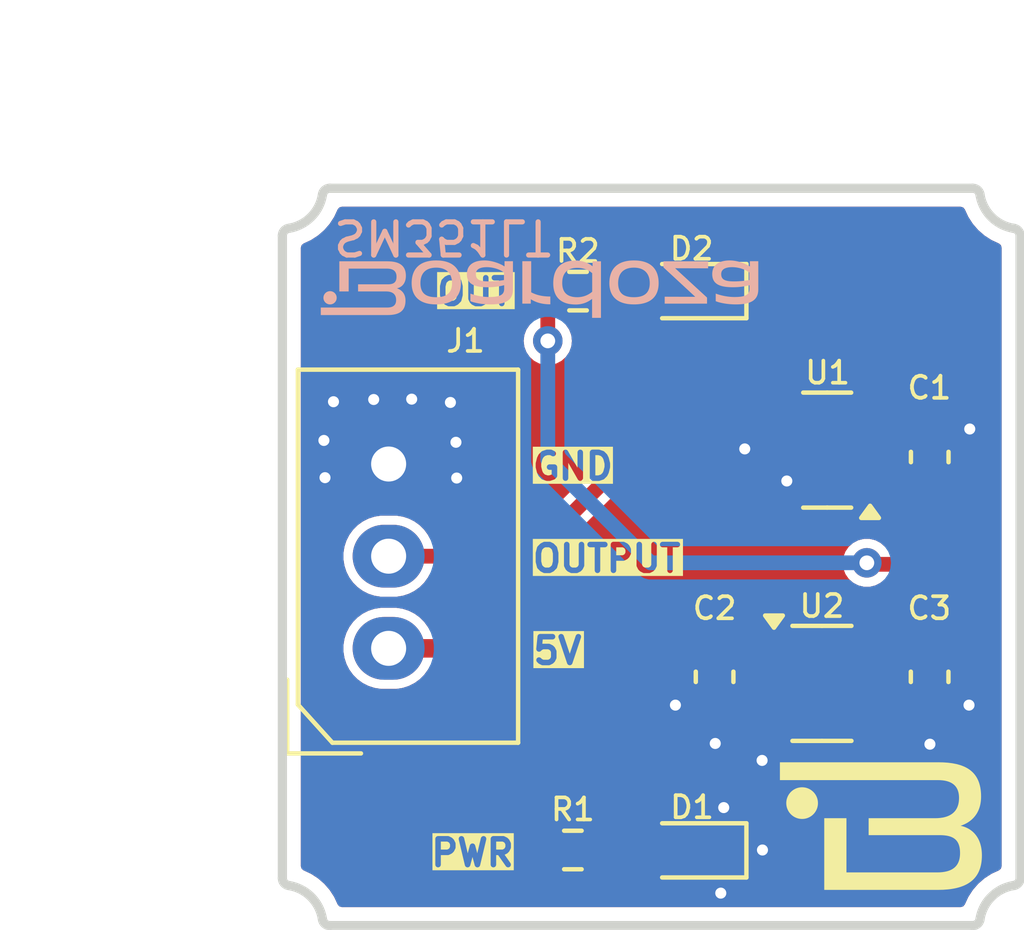
<source format=kicad_pcb>
(kicad_pcb (version 20240108) (generator "pcbnew") (generator_version "8.0")
  (layers (0 "F.Cu" signal) (31 "B.Cu" signal) (34 "B.Paste" user) (35 "F.Paste" user) (36 "B.SilkS" user "B.Silkscreen") (37 "F.SilkS" user "F.Silkscreen") (38 "B.Mask" user) (39 "F.Mask" user) (44 "Edge.Cuts" user))
  (net 0 "")
  (net 1 "GND")
  (net 2 "+3.3V")
  (net 3 "+5V")
  (net 4 "Net-(D1-A)")
  (net 5 "/OUTPUT")
  (net 7 "Net-(D2-A)")
  (footprint "Package_TO_SOT_SMD:SOT-23" (layer "F.Cu") (at 150.605 88.0725 180)
    (property "Reference" "U1")
    (property "Value" "SM351LT" (hide yes))
  )
  (footprint "Package_TO_SOT_SMD:SOT-23-5" (layer "F.Cu") (at 150.4625 94.4)
    (property "Reference" "U2")
    (property "Value" "TLV73333PDBV" (hide yes))
  )
  (footprint "Capacitor_SMD:C_0603_1608Metric" (layer "F.Cu") (at 153.385 88.26 -90)
    (property "Reference" "C1")
    (property "Value" "100nF" (hide yes))
  )
  (footprint "Capacitor_SMD:C_0603_1608Metric" (layer "F.Cu") (at 147.5525 94.2225 90)
    (property "Reference" "C2")
    (property "Value" "1uF" (hide yes))
  )
  (footprint "Capacitor_SMD:C_0603_1608Metric" (layer "F.Cu") (at 153.3825 94.2225 90)
    (property "Reference" "C3")
    (property "Value" "1uF" (hide yes))
  )
  (footprint "ConnectorsBoardoza:2317-03S_1x03_P2.50mm_Vertical" (layer "F.Cu") (at 138.715 93.45 90)
    (property "Reference" "J1")
    (property "Value" "Conn_01x03" (hide yes))
  )
  (footprint "LED_SMD:LED_0603_1608Metric" (layer "F.Cu") (at 146.93 98.93 180)
    (property "Reference" "D1")
    (property "Value" "RED" (hide yes))
  )
  (footprint "LED_SMD:LED_0603_1608Metric" (layer "F.Cu") (at 146.93 83.76 180)
    (property "Reference" "D2")
    (property "Value" "GREEN" (hide yes))
  )
  (footprint "Resistor_SMD:R_0603_1608Metric" (layer "F.Cu") (at 143.71 98.92)
    (property "Reference" "R1")
    (property "Value" "10K" (hide yes))
  )
  (footprint "Resistor_SMD:R_0603_1608Metric" (layer "F.Cu") (at 143.85 83.76)
    (property "Reference" "R2")
    (property "Value" "10K" (hide yes))
  )
  (gr_poly (pts (xy 145.406783 84.119921) (xy 145.44632 84.118138) (xy 145.484597 84.115173) (xy 145.521611 84.111034) (xy 145.557359 84.105726) (xy 145.59184 84.099256) (xy 145.62505 84.09163) (xy 145.656988 84.082855) (xy 145.68765 84.072936) (xy 145.717035 84.06188) (xy 145.74514 84.049693) (xy 145.771963 84.036382) (xy 145.7975 84.021953) (xy 145.821751 84.006412) (xy 145.844712 83.989765) (xy 145.866381 83.972019) (xy 145.886755 83.95318) (xy 145.905832 83.933255) (xy 145.92361 83.912249) (xy 145.940087 83.890169) (xy 145.955259 83.867021) (xy 145.969124 83.842812) (xy 145.981681 83.817548) (xy 145.992926 83.791234) (xy 146.002857 83.763879) (xy 146.011472 83.735486) (xy 146.018768 83.706064) (xy 146.024743 83.675619) (xy 146.029394 83.644156) (xy 146.03272 83.611681) (xy 146.034717 83.578202) (xy 146.035383 83.543725) (xy 146.034717 83.507039) (xy 146.03272 83.471399) (xy 146.029394 83.436813) (xy 146.024743 83.403289) (xy 146.018768 83.370835) (xy 146.011472 83.339459) (xy 146.002857 83.309167) (xy 145.992926 83.279969) (xy 145.981681 83.251871) (xy 145.969124 83.224882) (xy 145.955259 83.199009) (xy 145.940087 83.174259) (xy 145.923611 83.150642) (xy 145.905833 83.128164) (xy 145.886755 83.106833) (xy 145.866381 83.086658) (xy 145.844712 83.067644) (xy 145.821751 83.049802) (xy 145.797501 83.033138) (xy 145.771963 83.017659) (xy 145.745141 83.003374) (xy 145.717036 82.990291) (xy 145.687651 82.978417) (xy 145.656988 82.96776) (xy 145.625051 82.958328) (xy 145.59184 82.950128) (xy 145.55736 82.943169) (xy 145.521611 82.937457) (xy 145.484597 82.933001) (xy 145.446321 82.929809) (xy 145.365987 82.927246) (xy 145.325199 82.927896) (xy 145.285684 82.929838) (xy 145.247443 82.933065) (xy 145.210477 82.937566) (xy 145.174789 82.943332) (xy 145.140379 82.950355) (xy 145.107249 82.958625) (xy 145.0754 82.968132) (xy 145.044835 82.978868) (xy 145.015553 82.990824) (xy 144.987558 83.00399) (xy 144.960849 83.018356) (xy 144.93543 83.033915) (xy 144.9113 83.050656) (xy 144.888462 83.068571) (xy 144.866917 83.087649) (xy 144.846667 83.107883) (xy 144.827712 83.129262) (xy 144.810055 83.151778) (xy 144.793697 83.175422) (xy 144.778639 83.200183) (xy 144.764883 83.226053) (xy 144.75243 83.253024) (xy 144.741281 83.281084) (xy 144.731439 83.310226) (xy 144.722905 83.340441) (xy 144.715679 83.371718) (xy 144.709764 83.404048) (xy 144.705161 83.437424) (xy 144.701871 83.471834) (xy 144.699896 83.507271) (xy 144.699237 83.543725) (xy 144.937363 83.543725) (xy 144.937797 83.518774) (xy 144.939096 83.494526) (xy 144.941257 83.470988) (xy 144.944278 83.448165) (xy 144.948155 83.426062) (xy 144.952885 83.404687) (xy 144.958467 83.384044) (xy 144.964896 83.364139) (xy 144.972171 83.344978) (xy 144.980287 83.326567) (xy 144.989242 83.308912) (xy 144.999034 83.292019) (xy 145.009658 83.275893) (xy 145.021114 83.26054) (xy 145.033396 83.245967) (xy 145.046503 83.232178) (xy 145.060432 83.219179) (xy 145.07518 83.206978) (xy 145.090743 83.195578) (xy 145.10712 83.184987) (xy 145.124306 83.175209) (xy 145.1423 83.166252) (xy 145.161097 83.158119) (xy 145.180696 83.150818) (xy 145.201094 83.144355) (xy 145.222287 83.138734) (xy 145.244272 83.133962) (xy 145.267048 83.130045) (xy 145.29061 83.126988) (xy 145.314956 83.124797) (xy 145.340082 83.123478) (xy 145.365987 83.123037) (xy 145.391892 83.123508) (xy 145.417019 83.124913) (xy 145.441365 83.12724) (xy 145.464927 83.130479) (xy 145.487702 83.134616) (xy 145.509688 83.139641) (xy 145.530881 83.145542) (xy 145.551278 83.152307) (xy 145.570878 83.159924) (xy 145.589675 83.168383) (xy 145.607669 83.177671) (xy 145.624855 83.187777) (xy 145.641232 83.198689) (xy 145.656795 83.210396) (xy 145.671543 83.222886) (xy 145.685472 83.236146) (xy 145.698579 83.250167) (xy 145.710862 83.264935) (xy 145.722317 83.28044) (xy 145.732942 83.29667) (xy 145.742733 83.313612) (xy 145.751689 83.331257) (xy 145.759805 83.349591) (xy 145.767079 83.368603) (xy 145.773509 83.388282) (xy 145.77909 83.408616) (xy 145.783821 83.429594) (xy 145.787698 83.451203) (xy 145.790719 83.473432) (xy 145.79288 83.49627) (xy 145.794179 83.519705) (xy 145.794613 83.543725) (xy 145.794194 83.567631) (xy 145.792938 83.590734) (xy 145.790845 83.613036) (xy 145.787915 83.634541) (xy 145.784148 83.655251) (xy 145.779544 83.67517) (xy 145.774102 83.6943) (xy 145.767823 83.712645) (xy 145.760707 83.730206) (xy 145.752754 83.746988) (xy 145.743964 83.762992) (xy 145.734337 83.778222) (xy 145.723872 83.792681) (xy 145.712571 83.806371) (xy 145.700432 83.819297) (xy 145.687456 83.831459) (xy 145.673643 83.842862) (xy 145.658993 83.853508) (xy 145.643505 83.8634) (xy 145.627181 83.872542) (xy 145.610019 83.880935) (xy 145.59202 83.888583) (xy 145.573184 83.895489) (xy 145.553511 83.901656) (xy 145.533 83.907087) (xy 145.511653 83.911783) (xy 145.466446 83.918988) (xy 145.417891 83.923294) (xy 145.365987 83.924724) (xy 145.314084 83.923411) (xy 145.265529 83.919422) (xy 145.242507 83.916404) (xy 145.220322 83.91269) (xy 145.198975 83.908273) (xy 145.178464 83.903144) (xy 145.158791 83.897294) (xy 145.139955 83.890715) (xy 145.121956 83.883397) (xy 145.104795 83.875332) (xy 145.08847 83.866511) (xy 145.072983 83.856926) (xy 145.058332 83.846568) (xy 145.044519 83.835428) (xy 145.031543 83.823497) (xy 145.019405 83.810766) (xy 145.008103 83.797228) (xy 144.997639 83.782873) (xy 144.988011 83.767692) (xy 144.979221 83.751677) (xy 144.971268 83.734819) (xy 144.964152 83.717109) (xy 144.957874 83.698539) (xy 144.952432 83.6791) (xy 144.947828 83.658783) (xy 144.944061 83.637579) (xy 144.94113 83.615481) (xy 144.939038 83.592478) (xy 144.937782 83.568562) (xy 144.937363 83.543725) (xy 144.699237 83.543725) (xy 144.699904 83.57797) (xy 144.7019 83.611245) (xy 144.705224 83.643544) (xy 144.709872 83.674859) (xy 144.715843 83.705181) (xy 144.723131 83.734504) (xy 144.731736 83.762818) (xy 144.741654 83.790118) (xy 144.752881 83.816394) (xy 144.765416 83.841639) (xy 144.779254 83.865846) (xy 144.794394 83.889006) (xy 144.810833 83.911112) (xy 144.828567 83.932156) (xy 144.847593 83.95213) (xy 144.867909 83.971027) (xy 144.889512 83.988838) (xy 144.912399 84.005557) (xy 144.936567 84.021175) (xy 144.962012 84.035684) (xy 144.988733 84.049077) (xy 145.016726 84.061347) (xy 145.045988 84.072484) (xy 145.076517 84.082482) (xy 145.108309 84.091333) (xy 145.141362 84.099029) (xy 145.175672 84.105562) (xy 145.211237 84.110925) (xy 145.28612 84.118108) (xy 145.365987 84.120516) (xy 145.365987 84.120517)) (fill solid) (layer "B.SilkS"))
  (gr_poly (pts (xy 141.476614 84.120515) (xy 141.554519 84.118991) (xy 141.591274 84.117082) (xy 141.626584 84.114402) (xy 141.660461 84.110949) (xy 141.69292 84.10672) (xy 141.723975 84.10171) (xy 141.753641 84.095917) (xy 141.78193 84.089338) (xy 141.808857 84.081968) (xy 141.834437 84.073804) (xy 141.858683 84.064844) (xy 141.881609 84.055083) (xy 141.90323 84.044519) (xy 141.923559 84.033148) (xy 141.942611 84.020966) (xy 141.960399 84.00797) (xy 141.976938 83.994156) (xy 141.992241 83.979522) (xy 142.006323 83.964065) (xy 142.019197 83.947779) (xy 142.030879 83.930663) (xy 142.041381 83.912712) (xy 142.050718 83.893924) (xy 142.058904 83.874295) (xy 142.065953 83.853821) (xy 142.071879 83.8325) (xy 142.076696 83.810327) (xy 142.080418 83.7873) (xy 142.083059 83.763414) (xy 142.084633 83.738668) (xy 142.085155 83.713056) (xy 142.085155 82.948411) (xy 141.857613 82.948411) (xy 141.857613 83.091287) (xy 141.835447 83.0768) (xy 141.810753 83.062208) (xy 141.783734 83.047656) (xy 141.754591 83.033285) (xy 141.723526 83.01924) (xy 141.69074 83.005664) (xy 141.656435 82.9927) (xy 141.620811 82.980492) (xy 141.584072 82.969184) (xy 141.546418 82.958918) (xy 141.508051 82.949837) (xy 141.469172 82.942087) (xy 141.429984 82.935808) (xy 141.390686 82.931147) (xy 141.351482 82.928244) (xy 141.312572 82.927245) (xy 141.26929 82.928208) (xy 141.226019 82.931229) (xy 141.183144 82.936506) (xy 141.141048 82.944236) (xy 141.120412 82.949083) (xy 141.100114 82.954617) (xy 141.080203 82.960864) (xy 141.060727 82.967847) (xy 141.041733 82.975592) (xy 141.02327 82.984123) (xy 141.005385 82.993465) (xy 140.988127 83.003643) (xy 140.971543 83.014682) (xy 140.955681 83.026605) (xy 140.94059 83.039438) (xy 140.926317 83.053206) (xy 140.91291 83.067933) (xy 140.900417 83.083644) (xy 140.888886 83.100364) (xy 140.878366 83.118117) (xy 140.868904 83.136928) (xy 140.860547 83.156822) (xy 140.853345 83.177824) (xy 140.847345 83.199957) (xy 140.842594 83.223248) (xy 140.839142 83.24772) (xy 140.837035 83.273399) (xy 140.836392 83.297662) (xy 141.079738 83.297662) (xy 141.08004 83.286182) (xy 141.080945 83.275059) (xy 141.08245 83.264294) (xy 141.084554 83.253887) (xy 141.087256 83.243838) (xy 141.090552 83.234148) (xy 141.094441 83.224818) (xy 141.098921 83.215848) (xy 141.10399 83.207238) (xy 141.109646 83.198989) (xy 141.115888 83.191102) (xy 141.122712 83.183576) (xy 141.130119 83.176413) (xy 141.138104 83.169612) (xy 141.146667 83.163175) (xy 141.155806 83.157102) (xy 141.175802 83.146049) (xy 141.198077 83.136457) (xy 141.222616 83.128331) (xy 141.249402 83.121673) (xy 141.278421 83.116488) (xy 141.309657 83.112779) (xy 141.343094 83.110551) (xy 141.378717 83.109808) (xy 141.409352 83.110483) (xy 141.44061 83.11248) (xy 141.47231 83.115755) (xy 141.50427 83.120267) (xy 141.536308 83.125973) (xy 141.568241 83.13283) (xy 141.599887 83.140795) (xy 141.631064 83.149826) (xy 141.661589 83.15988) (xy 141.691282 83.170915) (xy 141.719959 83.182888) (xy 141.747439 83.195756) (xy 141.773539 83.209477) (xy 141.798077 83.224008) (xy 141.82087 83.239306) (xy 141.841738 83.255329) (xy 141.841738 83.459058) (xy 141.800247 83.465967) (xy 141.755376 83.472659) (xy 141.707467 83.478917) (xy 141.656861 83.484524) (xy 141.603897 83.489263) (xy 141.548919 83.492916) (xy 141.492266 83.495267) (xy 141.43428 83.496099) (xy 141.389748 83.495557) (xy 141.348399 83.493867) (xy 141.310189 83.490937) (xy 141.292247 83.488978) (xy 141.275075 83.486674) (xy 141.258666 83.484013) (xy 141.243016 83.480984) (xy 141.228118 83.477575) (xy 141.213968 83.473775) (xy 141.20056 83.469572) (xy 141.187889 83.464954) (xy 141.175949 83.45991) (xy 141.164736 83.454427) (xy 141.154243 83.448496) (xy 141.144466 83.442103) (xy 141.135399 83.435237) (xy 141.127038 83.427886) (xy 141.119375 83.42004) (xy 141.112407 83.411686) (xy 141.106128 83.402812) (xy 141.100533 83.393408) (xy 141.095616 83.383461) (xy 141.091371 83.372959) (xy 141.087795 83.361892) (xy 141.08488 83.350248) (xy 141.082623 83.338014) (xy 141.081017 83.325179) (xy 141.080057 83.311733) (xy 141.079738 83.297662) (xy 140.836392 83.297662) (xy 140.836322 83.300308) (xy 140.837045 83.327164) (xy 140.839193 83.352688) (xy 140.842734 83.37691) (xy 140.847634 83.399863) (xy 140.853862 83.421577) (xy 140.861384 83.442084) (xy 140.87017 83.461416) (xy 140.880185 83.479605) (xy 140.891398 83.49668) (xy 140.903776 83.512675) (xy 140.917287 83.527621) (xy 140.931898 83.541549) (xy 140.947576 83.55449) (xy 140.96429 83.566477) (xy 140.982007 83.57754) (xy 141.000694 83.587712) (xy 141.04085 83.605504) (xy 141.084498 83.620107) (xy 141.131378 83.631773) (xy 141.181231 83.640752) (xy 141.233797 83.647298) (xy 141.288817 83.651661) (xy 141.346029 83.654094) (xy 141.405176 83.654849) (xy 141.467245 83.653764) (xy 141.528166 83.650633) (xy 141.587537 83.645641) (xy 141.644955 83.638975) (xy 141.700016 83.63082) (xy 141.752318 83.621364) (xy 141.801457 83.610791) (xy 141.84703 83.599287) (xy 141.84703 83.702474) (xy 141.845798 83.729764) (xy 141.842007 83.755097) (xy 141.835519 83.778499) (xy 141.83122 83.789485) (xy 141.826194 83.799998) (xy 141.820424 83.810043) (xy 141.813893 83.819622) (xy 141.806582 83.828739) (xy 141.798475 83.837397) (xy 141.789554 83.845599) (xy 141.779802 83.85335) (xy 141.769201 83.860652) (xy 141.757733 83.867508) (xy 141.73213 83.8799) (xy 141.702853 83.890551) (xy 141.669762 83.899489) (xy 141.632718 83.906741) (xy 141.591581 83.912335) (xy 141.546211 83.916296) (xy 141.49647 83.918653) (xy 141.442217 83.919433) (xy 141.407502 83.918974) (xy 141.372852 83.917624) (xy 141.338334 83.915422) (xy 141.304014 83.912405) (xy 141.269957 83.908613) (xy 141.23623 83.904085) (xy 141.202898 83.898859) (xy 141.170028 83.892975) (xy 141.137684 83.88647) (xy 141.105933 83.879384) (xy 141.074842 83.871755) (xy 141.044474 83.863622) (xy 141.014898 83.855024) (xy 140.986178 83.846) (xy 140.958381 83.836589) (xy 140.931572 83.826828) (xy 140.931572 84.033204) (xy 140.955424 84.042469) (xy 140.981253 84.051389) (xy 141.008927 84.059929) (xy 141.038315 84.068054) (xy 141.101701 84.082922) (xy 141.170358 84.095712) (xy 141.243232 84.106145) (xy 141.319269 84.113943) (xy 141.397414 84.118826) (xy 141.476613 84.120516)) (fill solid) (layer "B.SilkS"))
  (gr_poly (pts (xy 147.347717 83.935308) (xy 146.482529 83.138912) (xy 147.376821 83.141559) (xy 147.376821 82.951058) (xy 146.165029 82.951058) (xy 146.165029 83.1151) (xy 147.027571 83.914142) (xy 146.199425 83.911496) (xy 146.199425 84.099349) (xy 147.347717 84.099349)) (fill solid) (layer "B.SilkS"))
  (gr_poly (pts (xy 148.128238 84.120515) (xy 148.206144 84.118991) (xy 148.242899 84.117082) (xy 148.278208 84.114402) (xy 148.312086 84.110949) (xy 148.344545 84.10672) (xy 148.3756 84.10171) (xy 148.405265 84.095917) (xy 148.433555 84.089338) (xy 148.460482 84.081968) (xy 148.486062 84.073804) (xy 148.510308 84.064844) (xy 148.533234 84.055083) (xy 148.554855 84.044519) (xy 148.575184 84.033148) (xy 148.594236 84.020966) (xy 148.612024 84.00797) (xy 148.628562 83.994156) (xy 148.643865 83.979522) (xy 148.657947 83.964065) (xy 148.670822 83.947779) (xy 148.682503 83.930663) (xy 148.693006 83.912712) (xy 148.702343 83.893924) (xy 148.710529 83.874295) (xy 148.717577 83.853821) (xy 148.723503 83.8325) (xy 148.72832 83.810327) (xy 148.732042 83.7873) (xy 148.734684 83.763414) (xy 148.736258 83.738668) (xy 148.73678 83.713056) (xy 148.73678 82.948411) (xy 148.509238 82.948411) (xy 148.509238 83.091287) (xy 148.487071 83.0768) (xy 148.462377 83.062208) (xy 148.435358 83.047656) (xy 148.406215 83.033285) (xy 148.37515 83.01924) (xy 148.342364 83.005664) (xy 148.308058 82.9927) (xy 148.272435 82.980492) (xy 148.235696 82.969184) (xy 148.198042 82.958918) (xy 148.159675 82.949837) (xy 148.120796 82.942087) (xy 148.081607 82.935808) (xy 148.04231 82.931147) (xy 148.003106 82.928244) (xy 147.964196 82.927245) (xy 147.920914 82.928208) (xy 147.877643 82.931229) (xy 147.834768 82.936506) (xy 147.792672 82.944236) (xy 147.772035 82.949083) (xy 147.751738 82.954617) (xy 147.731827 82.960864) (xy 147.712351 82.967847) (xy 147.693357 82.975592) (xy 147.674894 82.984123) (xy 147.657009 82.993465) (xy 147.639751 83.003643) (xy 147.623167 83.014682) (xy 147.607305 83.026605) (xy 147.592214 83.039438) (xy 147.577941 83.053206) (xy 147.564534 83.067933) (xy 147.552041 83.083644) (xy 147.54051 83.100364) (xy 147.52999 83.118117) (xy 147.520528 83.136928) (xy 147.512171 83.156822) (xy 147.504969 83.177824) (xy 147.498969 83.199957) (xy 147.494218 83.223248) (xy 147.490766 83.24772) (xy 147.488659 83.273399) (xy 147.488016 83.297662) (xy 147.731363 83.297662) (xy 147.731665 83.286182) (xy 147.73257 83.275059) (xy 147.734075 83.264294) (xy 147.736179 83.253887) (xy 147.73888 83.243838) (xy 147.742176 83.234148) (xy 147.746065 83.224818) (xy 147.750545 83.215848) (xy 147.755614 83.207238) (xy 147.761271 83.198989) (xy 147.767512 83.191102) (xy 147.774337 83.183576) (xy 147.781743 83.176413) (xy 147.789729 83.169612) (xy 147.798292 83.163175) (xy 147.807431 83.157102) (xy 147.827427 83.146049) (xy 147.849702 83.136457) (xy 147.874241 83.128331) (xy 147.901027 83.121673) (xy 147.930046 83.116488) (xy 147.961282 83.112779) (xy 147.994719 83.110551) (xy 148.030343 83.109808) (xy 148.060977 83.110483) (xy 148.092236 83.11248) (xy 148.123936 83.115755) (xy 148.155896 83.120267) (xy 148.187933 83.125973) (xy 148.219866 83.13283) (xy 148.251512 83.140795) (xy 148.282689 83.149826) (xy 148.313215 83.15988) (xy 148.342908 83.170915) (xy 148.371585 83.182888) (xy 148.399064 83.195756) (xy 148.425164 83.209477) (xy 148.449702 83.224008) (xy 148.472496 83.239306) (xy 148.493364 83.255329) (xy 148.493364 83.459058) (xy 148.451873 83.465967) (xy 148.407002 83.472659) (xy 148.359092 83.478917) (xy 148.308486 83.484524) (xy 148.255522 83.489263) (xy 148.200544 83.492916) (xy 148.143891 83.495267) (xy 148.085905 83.496099) (xy 148.041373 83.495557) (xy 148.000024 83.493867) (xy 147.961814 83.490937) (xy 147.943872 83.488978) (xy 147.9267 83.486674) (xy 147.910291 83.484013) (xy 147.894641 83.480984) (xy 147.879743 83.477575) (xy 147.865593 83.473775) (xy 147.852185 83.469572) (xy 147.839513 83.464954) (xy 147.827574 83.45991) (xy 147.81636 83.454427) (xy 147.805868 83.448496) (xy 147.796091 83.442103) (xy 147.787024 83.435237) (xy 147.778662 83.427886) (xy 147.771 83.42004) (xy 147.764032 83.411686) (xy 147.757753 83.402812) (xy 147.752158 83.393408) (xy 147.74724 83.383461) (xy 147.742996 83.372959) (xy 147.739419 83.361892) (xy 147.736505 83.350248) (xy 147.734247 83.338014) (xy 147.732641 83.325179) (xy 147.731682 83.311733) (xy 147.731363 83.297662) (xy 147.488016 83.297662) (xy 147.487946 83.300308) (xy 147.488669 83.327164) (xy 147.490817 83.352688) (xy 147.494358 83.37691) (xy 147.499258 83.399863) (xy 147.505486 83.421577) (xy 147.513009 83.442084) (xy 147.521794 83.461416) (xy 147.531809 83.479605) (xy 147.543022 83.49668) (xy 147.5554 83.512675) (xy 147.568911 83.527621) (xy 147.583522 83.541549) (xy 147.599201 83.55449) (xy 147.615915 83.566477) (xy 147.633631 83.57754) (xy 147.652319 83.587712) (xy 147.692475 83.605504) (xy 147.736122 83.620107) (xy 147.783003 83.631773) (xy 147.832856 83.640752) (xy 147.885421 83.647298) (xy 147.940441 83.651661) (xy 147.997654 83.654094) (xy 148.0568 83.654849) (xy 148.118869 83.653764) (xy 148.17979 83.650633) (xy 148.239161 83.645641) (xy 148.296579 83.638975) (xy 148.35164 83.63082) (xy 148.403942 83.621364) (xy 148.453081 83.610791) (xy 148.498654 83.599287) (xy 148.498654 83.702474) (xy 148.497422 83.729764) (xy 148.493631 83.755097) (xy 148.487143 83.778499) (xy 148.482844 83.789485) (xy 148.477818 83.799998) (xy 148.472048 83.810043) (xy 148.465517 83.819622) (xy 148.458206 83.828739) (xy 148.450099 83.837397) (xy 148.441178 83.845599) (xy 148.431426 83.85335) (xy 148.420825 83.860652) (xy 148.409358 83.867508) (xy 148.383755 83.8799) (xy 148.354477 83.890551) (xy 148.321386 83.899489) (xy 148.284342 83.906741) (xy 148.243205 83.912335) (xy 148.197836 83.916296) (xy 148.148095 83.918653) (xy 148.093842 83.919433) (xy 148.059127 83.918974) (xy 148.024477 83.917624) (xy 147.989959 83.915422) (xy 147.955639 83.912405) (xy 147.921582 83.908613) (xy 147.887855 83.904085) (xy 147.854523 83.898859) (xy 147.821652 83.892975) (xy 147.789308 83.88647) (xy 147.757558 83.879384) (xy 147.726466 83.871755) (xy 147.696099 83.863622) (xy 147.666523 83.855024) (xy 147.637803 83.846) (xy 147.610005 83.836589) (xy 147.583196 83.826828) (xy 147.583196 84.033204) (xy 147.607049 84.042469) (xy 147.632878 84.051389) (xy 147.660552 84.059929) (xy 147.689939 84.068054) (xy 147.753326 84.082922) (xy 147.821983 84.095712) (xy 147.894857 84.106145) (xy 147.970894 84.113943) (xy 148.049039 84.118826) (xy 148.128238 84.120516)) (fill solid) (layer "B.SilkS"))
  (gr_poly (pts (xy 140.046326 84.119921) (xy 140.085863 84.118138) (xy 140.12414 84.115173) (xy 140.161154 84.111034) (xy 140.196902 84.105726) (xy 140.231383 84.099256) (xy 140.264593 84.09163) (xy 140.29653 84.082855) (xy 140.327193 84.072936) (xy 140.356578 84.06188) (xy 140.384683 84.049693) (xy 140.411505 84.036382) (xy 140.437043 84.021953) (xy 140.461294 84.006412) (xy 140.484255 83.989765) (xy 140.505923 83.972019) (xy 140.526298 83.95318) (xy 140.545375 83.933255) (xy 140.563153 83.912249) (xy 140.579629 83.890169) (xy 140.594802 83.867021) (xy 140.608667 83.842812) (xy 140.621224 83.817548) (xy 140.632469 83.791234) (xy 140.6424 83.763879) (xy 140.651015 83.735486) (xy 140.658311 83.706064) (xy 140.664286 83.675619) (xy 140.668937 83.644156) (xy 140.672263 83.611681) (xy 140.67426 83.578202) (xy 140.674926 83.543725) (xy 140.67426 83.507039) (xy 140.672263 83.471399) (xy 140.668937 83.436813) (xy 140.664286 83.403289) (xy 140.658311 83.370835) (xy 140.651015 83.339459) (xy 140.6424 83.309167) (xy 140.632469 83.279969) (xy 140.621224 83.251871) (xy 140.608667 83.224882) (xy 140.594802 83.199009) (xy 140.579629 83.174259) (xy 140.563153 83.150642) (xy 140.545375 83.128164) (xy 140.526298 83.106833) (xy 140.505923 83.086658) (xy 140.484255 83.067644) (xy 140.461294 83.049802) (xy 140.437043 83.033138) (xy 140.411505 83.017659) (xy 140.384683 83.003374) (xy 140.356578 82.990291) (xy 140.327193 82.978417) (xy 140.29653 82.96776) (xy 140.264593 82.958328) (xy 140.231383 82.950128) (xy 140.196902 82.943169) (xy 140.161154 82.937457) (xy 140.12414 82.933001) (xy 140.085863 82.929809) (xy 140.00553 82.927246) (xy 139.964742 82.927896) (xy 139.925227 82.929838) (xy 139.886986 82.933065) (xy 139.85002 82.937566) (xy 139.814332 82.943332) (xy 139.779922 82.950355) (xy 139.746792 82.958625) (xy 139.714943 82.968132) (xy 139.684377 82.978868) (xy 139.655096 82.990824) (xy 139.6271 83.00399) (xy 139.600392 83.018356) (xy 139.574972 83.033915) (xy 139.550843 83.050656) (xy 139.528005 83.068571) (xy 139.50646 83.087649) (xy 139.486209 83.107883) (xy 139.467255 83.129262) (xy 139.449598 83.151778) (xy 139.433239 83.175422) (xy 139.418181 83.200183) (xy 139.404425 83.226053) (xy 139.391972 83.253024) (xy 139.380824 83.281084) (xy 139.370982 83.310226) (xy 139.362447 83.340441) (xy 139.355222 83.371718) (xy 139.349307 83.404048) (xy 139.344703 83.437424) (xy 139.341414 83.471834) (xy 139.339439 83.507271) (xy 139.33878 83.543725) (xy 139.576905 83.543725) (xy 139.577338 83.518774) (xy 139.578637 83.494526) (xy 139.580799 83.470988) (xy 139.583819 83.448165) (xy 139.587696 83.426062) (xy 139.592427 83.404687) (xy 139.598009 83.384044) (xy 139.604438 83.364139) (xy 139.611712 83.344978) (xy 139.619829 83.326567) (xy 139.628784 83.308912) (xy 139.638576 83.292019) (xy 139.649201 83.275893) (xy 139.660656 83.26054) (xy 139.672938 83.245967) (xy 139.686046 83.232178) (xy 139.699975 83.219179) (xy 139.714722 83.206978) (xy 139.730286 83.195578) (xy 139.746662 83.184987) (xy 139.763849 83.175209) (xy 139.781842 83.166252) (xy 139.80064 83.158119) (xy 139.820239 83.150818) (xy 139.840637 83.144355) (xy 139.86183 83.138734) (xy 139.883815 83.133962) (xy 139.90659 83.130045) (xy 139.930152 83.126988) (xy 139.954498 83.124797) (xy 139.979625 83.123478) (xy 140.00553 83.123037) (xy 140.031435 83.123508) (xy 140.056562 83.124913) (xy 140.080908 83.12724) (xy 140.10447 83.130479) (xy 140.127245 83.134616) (xy 140.149231 83.139641) (xy 140.170424 83.145542) (xy 140.190821 83.152307) (xy 140.21042 83.159924) (xy 140.229218 83.168383) (xy 140.247212 83.177671) (xy 140.264398 83.187777) (xy 140.280775 83.198689) (xy 140.296338 83.210396) (xy 140.311086 83.222886) (xy 140.325015 83.236146) (xy 140.338122 83.250167) (xy 140.350405 83.264935) (xy 140.36186 83.28044) (xy 140.372485 83.29667) (xy 140.382276 83.313612) (xy 140.391232 83.331257) (xy 140.399348 83.349591) (xy 140.406622 83.368603) (xy 140.413052 83.388282) (xy 140.418633 83.408616) (xy 140.423364 83.429594) (xy 140.427241 83.451203) (xy 140.430262 83.473432) (xy 140.432423 83.49627) (xy 140.433722 83.519705) (xy 140.434156 83.543725) (xy 140.433737 83.567631) (xy 140.432481 83.590734) (xy 140.430388 83.613036) (xy 140.427458 83.634541) (xy 140.423691 83.655251) (xy 140.419087 83.67517) (xy 140.413645 83.6943) (xy 140.407366 83.712645) (xy 140.400251 83.730206) (xy 140.392298 83.746988) (xy 140.383507 83.762992) (xy 140.37388 83.778222) (xy 140.363415 83.792681) (xy 140.352114 83.806371) (xy 140.339975 83.819297) (xy 140.326999 83.831459) (xy 140.313186 83.842862) (xy 140.298536 83.853508) (xy 140.283048 83.8634) (xy 140.266723 83.872542) (xy 140.249562 83.880935) (xy 140.231563 83.888583) (xy 140.212727 83.895489) (xy 140.193053 83.901656) (xy 140.172543 83.907087) (xy 140.151196 83.911783) (xy 140.105989 83.918988) (xy 140.057434 83.923294) (xy 140.00553 83.924724) (xy 139.953626 83.923411) (xy 139.905071 83.919422) (xy 139.882049 83.916404) (xy 139.859864 83.91269) (xy 139.838517 83.908273) (xy 139.818007 83.903144) (xy 139.798333 83.897294) (xy 139.779497 83.890715) (xy 139.761498 83.883397) (xy 139.744337 83.875332) (xy 139.728012 83.866511) (xy 139.712525 83.856926) (xy 139.697874 83.846568) (xy 139.684061 83.835428) (xy 139.671085 83.823497) (xy 139.658946 83.810766) (xy 139.647645 83.797228) (xy 139.63718 83.782873) (xy 139.627553 83.767692) (xy 139.618763 83.751677) (xy 139.61081 83.734819) (xy 139.603694 83.717109) (xy 139.597415 83.698539) (xy 139.591974 83.6791) (xy 139.587369 83.658783) (xy 139.583602 83.637579) (xy 139.580672 83.615481) (xy 139.578579 83.592478) (xy 139.577323 83.568562) (xy 139.576905 83.543725) (xy 139.33878 83.543725) (xy 139.339446 83.57797) (xy 139.341443 83.611245) (xy 139.344767 83.643544) (xy 139.349415 83.674859) (xy 139.355385 83.705181) (xy 139.362674 83.734504) (xy 139.371279 83.762818) (xy 139.381196 83.790118) (xy 139.392424 83.816394) (xy 139.404958 83.841639) (xy 139.418797 83.865846) (xy 139.433937 83.889006) (xy 139.450376 83.911112) (xy 139.468109 83.932156) (xy 139.487136 83.95213) (xy 139.507452 83.971027) (xy 139.529055 83.988838) (xy 139.551942 84.005557) (xy 139.576109 84.021175) (xy 139.601555 84.035684) (xy 139.628276 84.049077) (xy 139.656269 84.061347) (xy 139.685531 84.072484) (xy 139.716059 84.082482) (xy 139.747852 84.091333) (xy 139.780904 84.099029) (xy 139.815215 84.105562) (xy 139.85078 84.110925) (xy 139.925663 84.118108) (xy 140.00553 84.120516) (xy 140.00553 84.120517)) (fill solid) (layer "B.SilkS"))
  (gr_poly (pts (xy 137.136122 84.120283) (xy 137.145259 84.119588) (xy 137.154263 84.118444) (xy 137.163123 84.116861) (xy 137.171828 84.114852) (xy 137.180365 84.112428) (xy 137.188725 84.109599) (xy 137.196895 84.106378) (xy 137.204865 84.102775) (xy 137.212623 84.098802) (xy 137.220157 84.094469) (xy 137.227457 84.08979) (xy 137.234511 84.084774) (xy 137.241307 84.079432) (xy 137.247836 84.073777) (xy 137.254084 84.06782) (xy 137.260041 84.061572) (xy 137.265696 84.055044) (xy 137.271037 84.048247) (xy 137.276054 84.041193) (xy 137.280733 84.033893) (xy 137.285065 84.026359) (xy 137.289039 84.018601) (xy 137.292642 84.010632) (xy 137.295863 84.002461) (xy 137.298692 83.994102) (xy 137.301116 83.985564) (xy 137.303125 83.976859) (xy 137.304707 83.967999) (xy 137.305852 83.958995) (xy 137.306546 83.949858) (xy 137.30678 83.9406) (xy 137.306546 83.931341) (xy 137.305852 83.922204) (xy 137.304707 83.9132) (xy 137.303125 83.90434) (xy 137.301116 83.895636) (xy 137.298692 83.887098) (xy 137.295863 83.878739) (xy 137.292642 83.870568) (xy 137.289039 83.862599) (xy 137.285065 83.854841) (xy 137.280733 83.847307) (xy 137.276054 83.840007) (xy 137.271037 83.832953) (xy 137.265696 83.826156) (xy 137.260041 83.819628) (xy 137.254084 83.81338) (xy 137.247836 83.807423) (xy 137.241307 83.801768) (xy 137.234511 83.796427) (xy 137.227457 83.79141) (xy 137.220157 83.786731) (xy 137.212623 83.782398) (xy 137.204865 83.778425) (xy 137.196895 83.774822) (xy 137.188725 83.771601) (xy 137.180365 83.768772) (xy 137.171828 83.766348) (xy 137.163123 83.764339) (xy 137.154263 83.762756) (xy 137.145259 83.761612) (xy 137.136122 83.760918) (xy 137.126864 83.760683) (xy 137.117605 83.760918) (xy 137.108468 83.761612) (xy 137.099464 83.762756) (xy 137.090604 83.764339) (xy 137.0819 83.766348) (xy 137.073362 83.768772) (xy 137.065002 83.771601) (xy 137.056832 83.774822) (xy 137.048862 83.778425) (xy 137.041105 83.782398) (xy 137.03357 83.786731) (xy 137.02627 83.79141) (xy 137.019217 83.796427) (xy 137.01242 83.801768) (xy 137.005892 83.807423) (xy 136.999643 83.81338) (xy 136.993686 83.819628) (xy 136.988031 83.826156) (xy 136.98269 83.832953) (xy 136.977674 83.840007) (xy 136.972994 83.847307) (xy 136.968662 83.854841) (xy 136.964689 83.862599) (xy 136.961086 83.870568) (xy 136.957864 83.878739) (xy 136.955036 83.887098) (xy 136.952611 83.895636) (xy 136.950602 83.90434) (xy 136.94902 83.9132) (xy 136.947876 83.922204) (xy 136.947181 83.931341) (xy 136.946947 83.9406) (xy 136.947181 83.949858) (xy 136.947876 83.958995) (xy 136.94902 83.967999) (xy 136.950602 83.976859) (xy 136.952611 83.985564) (xy 136.955036 83.994102) (xy 136.957864 84.002461) (xy 136.961086 84.010632) (xy 136.964689 84.018601) (xy 136.968662 84.026359) (xy 136.972994 84.033893) (xy 136.977674 84.041193) (xy 136.98269 84.048247) (xy 136.988031 84.055044) (xy 136.993686 84.061572) (xy 136.999643 84.06782) (xy 137.005892 84.073777) (xy 137.01242 84.079432) (xy 137.019217 84.084774) (xy 137.02627 84.08979) (xy 137.03357 84.094469) (xy 137.041105 84.098802) (xy 137.048862 84.102775) (xy 137.056832 84.106378) (xy 137.065002 84.109599) (xy 137.073362 84.112428) (xy 137.0819 84.114852) (xy 137.090604 84.116861) (xy 137.099464 84.118444) (xy 137.108468 84.119588) (xy 137.117605 84.120283) (xy 137.126864 84.120517)) (fill solid) (layer "B.SilkS"))
  (gr_poly (pts (xy 144.471696 82.951058) (xy 144.244156 82.951058) (xy 144.244156 83.085996) (xy 144.223638 83.069854) (xy 144.201807 83.05422) (xy 144.178712 83.039167) (xy 144.154404 83.024769) (xy 144.128933 83.0111) (xy 144.10235 82.998233) (xy 144.074705 82.986243) (xy 144.046049 82.975201) (xy 144.016431 82.965183) (xy 143.985902 82.956262) (xy 143.954513 82.948511) (xy 143.922314 82.942004) (xy 143.889356 82.936815) (xy 143.855688 82.933018) (xy 143.821361 82.930685) (xy 143.786426 82.929891) (xy 143.749763 82.930511) (xy 143.714189 82.932367) (xy 143.67971 82.935457) (xy 143.646331 82.939777) (xy 143.614057 82.945324) (xy 143.582892 82.952094) (xy 143.552841 82.960083) (xy 143.52391 82.969289) (xy 143.496102 82.979709) (xy 143.469423 82.991338) (xy 143.443878 83.004173) (xy 143.419472 83.018211) (xy 143.396208 83.033449) (xy 143.374093 83.049883) (xy 143.353131 83.06751) (xy 143.333327 83.086326) (xy 143.314686 83.106328) (xy 143.297212 83.127513) (xy 143.28091 83.149877) (xy 143.265786 83.173416) (xy 143.251844 83.198128) (xy 143.239089 83.224009) (xy 143.227525 83.251056) (xy 143.217159 83.279265) (xy 143.207993 83.308633) (xy 143.200034 83.339156) (xy 143.193287 83.370832) (xy 143.187755 83.403655) (xy 143.183444 83.437625) (xy 143.180359 83.472736) (xy 143.178504 83.508986) (xy 143.178016 83.538433) (xy 143.421301 83.538433) (xy 143.422797 83.491969) (xy 143.427316 83.447886) (xy 143.430723 83.426763) (xy 143.434904 83.406267) (xy 143.439864 83.386408) (xy 143.445609 83.367198) (xy 143.452145 83.348647) (xy 143.459476 83.330765) (xy 143.467611 83.313563) (xy 143.476553 83.297053) (xy 143.486309 83.281243) (xy 143.496885 83.266146) (xy 143.508286 83.251772) (xy 143.520519 83.238131) (xy 143.533589 83.225235) (xy 143.547502 83.213093) (xy 143.562264 83.201716) (xy 143.57788 83.191116) (xy 143.594357 83.181302) (xy 143.6117 83.172286) (xy 143.629915 83.164078) (xy 143.649008 83.156689) (xy 143.668984 83.150129) (xy 143.68985 83.14441) (xy 143.711611 83.139541) (xy 143.734274 83.135533) (xy 143.757843 83.132397) (xy 143.782325 83.130144) (xy 143.807726 83.128785) (xy 143.834051 83.128329) (xy 143.862751 83.129004) (xy 143.891257 83.130996) (xy 143.9195 83.134259) (xy 143.947409 83.138747) (xy 143.974915 83.144413) (xy 144.001948 83.151211) (xy 144.028439 83.159095) (xy 144.054317 83.168017) (xy 144.079513 83.177931) (xy 144.103957 83.188791) (xy 144.12758 83.20055) (xy 144.150311 83.213161) (xy 144.172081 83.226579) (xy 144.19282 83.240756) (xy 144.212458 83.255647) (xy 144.230926 83.271204) (xy 144.233572 83.271204) (xy 144.233572 83.776558) (xy 144.212399 83.793918) (xy 144.190567 83.810271) (xy 144.168099 83.825601) (xy 144.145019 83.839892) (xy 144.12135 83.853129) (xy 144.097115 83.865296) (xy 144.072338 83.876378) (xy 144.047041 83.88636) (xy 144.021248 83.895225) (xy 143.994982 83.902958) (xy 143.968267 83.909544) (xy 143.941125 83.914967) (xy 143.91358 83.919213) (xy 143.885656 83.922264) (xy 143.857374 83.924106) (xy 143.82876 83.924724) (xy 143.782762 83.923409) (xy 143.739085 83.919412) (xy 143.718146 83.916383) (xy 143.69782 83.912655) (xy 143.678119 83.908218) (xy 143.659054 83.903061) (xy 143.640636 83.897176) (xy 143.622877 83.890553) (xy 143.605787 83.883182) (xy 143.589378 83.875053) (xy 143.573661 83.866156) (xy 143.558647 83.856483) (xy 143.544347 83.846023) (xy 143.530772 83.834766) (xy 143.517933 83.822703) (xy 143.505843 83.809824) (xy 143.49451 83.79612) (xy 143.483948 83.781581) (xy 143.474166 83.766196) (xy 143.465177 83.749957) (xy 143.456991 83.732854) (xy 143.449619 83.714877) (xy 143.443073 83.696016) (xy 143.437363 83.676262) (xy 143.432502 83.655604) (xy 143.428499 83.634034) (xy 143.425366 83.611542) (xy 143.423115 83.588117) (xy 143.421756 83.563751) (xy 143.421301 83.538433) (xy 143.178016 83.538433) (xy 143.177885 83.54637) (xy 143.178579 83.583641) (xy 143.180649 83.619559) (xy 143.184076 83.654135) (xy 143.18884 83.68738) (xy 143.194922 83.719305) (xy 143.202302 83.749922) (xy 143.210961 83.779241) (xy 143.220879 83.807274) (xy 143.232038 83.834032) (xy 143.244418 83.859526) (xy 143.257999 83.883768) (xy 143.272762 83.906767) (xy 143.288688 83.928536) (xy 143.305758 83.949086) (xy 143.323951 83.968427) (xy 143.343249 83.986571) (xy 143.363632 84.003529) (xy 143.385081 84.019313) (xy 143.407576 84.033932) (xy 143.431099 84.047399) (xy 143.455629 84.059725) (xy 143.481147 84.070921) (xy 143.507635 84.080997) (xy 143.535072 84.089965) (xy 143.563439 84.097837) (xy 143.592717 84.104623) (xy 143.653928 84.114982) (xy 143.718549 84.121132) (xy 143.786426 84.123162) (xy 143.821184 84.122398) (xy 143.855011 84.120149) (xy 143.887908 84.116482) (xy 143.919875 84.111463) (xy 143.950912 84.105156) (xy 143.981019 84.097629) (xy 144.010195 84.088946) (xy 144.038442 84.079175) (xy 144.065758 84.068381) (xy 144.092144 84.056629) (xy 144.1176 84.043985) (xy 144.142125 84.030516) (xy 144.165721 84.016288) (xy 144.188386 84.001366) (xy 144.210121 83.985816) (xy 144.230926 83.969704) (xy 144.230926 84.485641) (xy 144.471696 84.485641)) (fill solid) (layer "B.SilkS"))
  (gr_poly (pts (xy 143.098508 83.906204) (xy 143.052077 83.905565) (xy 143.007966 83.903702) (xy 142.966081 83.900692) (xy 142.926323 83.896612) (xy 142.888596 83.89154) (xy 142.852803 83.885554) (xy 142.818847 83.87873) (xy 142.786631 83.871146) (xy 142.756059 83.862881) (xy 142.727033 83.854011) (xy 142.699457 83.844613) (xy 142.673233 83.834766) (xy 142.648265 83.824547) (xy 142.624455 83.814034) (xy 142.601708 83.803303) (xy 142.579926 83.792433) (xy 142.579926 82.948412) (xy 142.339155 82.948412) (xy 142.339155 84.099349) (xy 142.566697 84.099349) (xy 142.569342 84.096704) (xy 142.569342 83.980287) (xy 142.594005 83.994913) (xy 142.619427 84.008988) (xy 142.645686 84.022459) (xy 142.67286 84.035271) (xy 142.701027 84.04737) (xy 142.730263 84.058701) (xy 142.760646 84.069211) (xy 142.792254 84.078844) (xy 142.825164 84.087548) (xy 142.859454 84.095267) (xy 142.895201 84.101947) (xy 142.932483 84.107535) (xy 142.971377 84.111975) (xy 143.011961 84.115214) (xy 143.054312 84.117197) (xy 143.098508 84.11787)) (fill solid) (layer "B.SilkS"))
  (gr_poly (pts (xy 138.740869 84.407712) (xy 138.793537 84.404024) (xy 138.843174 84.397716) (xy 138.889691 84.388655) (xy 138.932999 84.376712) (xy 138.953422 84.369617) (xy 138.973009 84.361753) (xy 138.991749 84.353101) (xy 139.009631 84.343647) (xy 139.026644 84.333372) (xy 139.042777 84.322262) (xy 139.058018 84.310298) (xy 139.072357 84.297466) (xy 139.085782 84.283748) (xy 139.098283 84.269128) (xy 139.109847 84.253589) (xy 139.120464 84.237116) (xy 139.130123 84.219691) (xy 139.138812 84.201297) (xy 139.146521 84.18192) (xy 139.153239 84.161542) (xy 139.158953 84.140146) (xy 139.163653 84.117716) (xy 139.167329 84.094236) (xy 139.169968 84.069689) (xy 139.171559 84.044059) (xy 139.172092 84.01733) (xy 139.171785 83.999733) (xy 139.170873 83.982657) (xy 139.169371 83.966097) (xy 139.167297 83.950047) (xy 139.164664 83.9345) (xy 139.161488 83.919452) (xy 139.157785 83.904896) (xy 139.153571 83.890826) (xy 139.148861 83.877236) (xy 139.14367 83.864122) (xy 139.138014 83.851476) (xy 139.131909 83.839294) (xy 139.125369 83.827569) (xy 139.118411 83.816295) (xy 139.103301 83.79508) (xy 139.086702 83.7756) (xy 139.068739 83.75781) (xy 139.049537 83.741664) (xy 139.029217 83.727114) (xy 139.007906 83.714115) (xy 138.985727 83.70262) (xy 138.962803 83.692582) (xy 138.939259 83.683954) (xy 138.952062 83.680985) (xy 138.964666 83.677535) (xy 138.977056 83.673602) (xy 138.98922 83.669185) (xy 139.001143 83.664284) (xy 139.012813 83.658897) (xy 139.024215 83.653025) (xy 139.035336 83.646664) (xy 139.046162 83.639816) (xy 139.056681 83.632478) (xy 139.066877 83.62465) (xy 139.076739 83.61633) (xy 139.086251 83.607519) (xy 139.095402 83.598214) (xy 139.104176 83.588415) (xy 139.112561 83.578121) (xy 139.120543 83.56733) (xy 139.128108 83.556043) (xy 139.135243 83.544258) (xy 139.141934 83.531974) (xy 139.148168 83.519189) (xy 139.15393 83.505904) (xy 139.159209 83.492117) (xy 139.163989 83.477827) (xy 139.168258 83.463033) (xy 139.172002 83.447735) (xy 139.175207 83.43193) (xy 139.177859 83.415619) (xy 139.179946 83.3988) (xy 139.181453 83.381472) (xy 139.182368 83.363635) (xy 139.182675 83.345287) (xy 139.182165 83.319714) (xy 139.180634 83.295078) (xy 139.178089 83.271371) (xy 139.174531 83.248585) (xy 139.169966 83.226712) (xy 139.164398 83.205743) (xy 139.157829 83.185671) (xy 139.150264 83.166487) (xy 139.141707 83.148182) (xy 139.132162 83.130749) (xy 139.121632 83.114179) (xy 139.110122 83.098465) (xy 139.097635 83.083597) (xy 139.084175 83.069568) (xy 139.069746 83.056369) (xy 139.054353 83.043993) (xy 139.037998 83.03243) (xy 139.020685 83.021673) (xy 139.00242 83.011714) (xy 138.983205 83.002543) (xy 138.963044 82.994154) (xy 138.941941 82.986537) (xy 138.9199 82.979685) (xy 138.896926 82.973589) (xy 138.873021 82.968241) (xy 138.84819 82.963633) (xy 138.822436 82.959756) (xy 138.795764 82.956603) (xy 138.739679 82.952433) (xy 138.679967 82.951058) (xy 137.378218 82.951058) (xy 137.378218 83.768621) (xy 137.632218 83.768621) (xy 137.632218 83.149496) (xy 138.666738 83.149496) (xy 138.697585 83.150276) (xy 138.726611 83.152638) (xy 138.753791 83.156612) (xy 138.779104 83.162229) (xy 138.791052 83.165664) (xy 138.802525 83.169521) (xy 138.813519 83.173804) (xy 138.824031 83.178517) (xy 138.834059 83.183665) (xy 138.8436 83.189251) (xy 138.85265 83.195278) (xy 138.861207 83.201751) (xy 138.869268 83.208674) (xy 138.87683 83.21605) (xy 138.88389 83.223884) (xy 138.890446 83.232178) (xy 138.896493 83.240938) (xy 138.90203 83.250167) (xy 138.907054 83.259869) (xy 138.911561 83.270047) (xy 138.915548 83.280706) (xy 138.919014 83.291849) (xy 138.921954 83.303481) (xy 138.924366 83.315605) (xy 138.926247 83.328225) (xy 138.927594 83.341345) (xy 138.928405 83.354969) (xy 138.928676 83.3691) (xy 138.928443 83.383194) (xy 138.927746 83.396707) (xy 138.926585 83.409649) (xy 138.92496 83.422027) (xy 138.922872 83.433852) (xy 138.920322 83.44513) (xy 138.917309 83.455872) (xy 138.913834 83.466086) (xy 138.909899 83.475781) (xy 138.905502 83.484965) (xy 138.900645 83.493647) (xy 138.895329 83.501836) (xy 138.889553 83.509541) (xy 138.883319 83.516769) (xy 138.876626 83.523531) (xy 138.869475 83.529835) (xy 138.861867 83.535688) (xy 138.853802 83.541101) (xy 138.845281 83.546082) (xy 138.836304 83.55064) (xy 138.826872 83.554782) (xy 138.816984 83.558519) (xy 138.806642 83.561859) (xy 138.795847 83.564809) (xy 138.784597 83.567381) (xy 138.772895 83.569581) (xy 138.748134 83.572902) (xy 138.721566 83.574844) (xy 138.693197 83.575476) (xy 137.886217 83.575476) (xy 137.886217 83.768621) (xy 138.645572 83.768621) (xy 138.675665 83.769404) (xy 138.704379 83.771789) (xy 138.731636 83.775824) (xy 138.757358 83.781561) (xy 138.769619 83.785083) (xy 138.781468 83.789049) (xy 138.792894 83.793466) (xy 138.803887 83.79834) (xy 138.814439 83.803677) (xy 138.82454 83.809483) (xy 138.834179 83.815766) (xy 138.843348 83.82253) (xy 138.852035 83.829782) (xy 138.860233 83.837529) (xy 138.86793 83.845778) (xy 138.875118 83.854533) (xy 138.881787 83.863802) (xy 138.887926 83.873591) (xy 138.893527 83.883905) (xy 138.898579 83.894753) (xy 138.903074 83.906139) (xy 138.907 83.91807) (xy 138.910349 83.930552) (xy 138.913111 83.943592) (xy 138.915276 83.957196) (xy 138.916834 83.97137) (xy 138.917776 83.986121) (xy 138.918092 84.001454) (xy 138.917837 84.014609) (xy 138.917074 84.027287) (xy 138.915805 84.039493) (xy 138.914036 84.051229) (xy 138.911768 84.0625) (xy 138.909006 84.07331) (xy 138.905752 84.083663) (xy 138.902011 84.093562) (xy 138.897785 84.103012) (xy 138.893078 84.112016) (xy 138.887893 84.120578) (xy 138.882234 84.128702) (xy 138.876104 84.136392) (xy 138.869507 84.143652) (xy 138.862445 84.150486) (xy 138.854923 84.156897) (xy 138.846944 84.16289) (xy 138.83851 84.168467) (xy 138.829626 84.173634) (xy 138.820295 84.178394) (xy 138.81052 84.182751) (xy 138.800304 84.186709) (xy 138.789652 84.190272) (xy 138.778566 84.193443) (xy 138.76705 84.196226) (xy 138.755107 84.198626) (xy 138.74274 84.200646) (xy 138.729954 84.20229) (xy 138.703134 84.204465) (xy 138.674676 84.205183) (xy 136.875509 84.205183) (xy 136.875509 84.408913) (xy 138.685259 84.408913)) (fill solid) (layer "B.SilkS"))
  (gr_poly (pts (xy 149.94702 97.21904) (xy 149.968841 97.2207) (xy 149.990345 97.223432) (xy 150.011505 97.227211) (xy 150.032293 97.232009) (xy 150.052683 97.237799) (xy 150.072648 97.244554) (xy 150.092161 97.252248) (xy 150.111194 97.260853) (xy 150.129721 97.270342) (xy 150.147715 97.280688) (xy 150.165149 97.291864) (xy 150.181995 97.303844) (xy 150.198227 97.3166) (xy 150.213818 97.330105) (xy 150.228741 97.344333) (xy 150.242968 97.359255) (xy 150.256473 97.374846) (xy 150.269229 97.391078) (xy 150.281209 97.407925) (xy 150.292385 97.425358) (xy 150.302731 97.443352) (xy 150.31222 97.461879) (xy 150.320825 97.480912) (xy 150.328519 97.500425) (xy 150.335274 97.52039) (xy 150.341064 97.54078) (xy 150.345862 97.561568) (xy 150.349641 97.582728) (xy 150.352373 97.604232) (xy 150.354033 97.626053) (xy 150.354592 97.648165) (xy 150.354033 97.670276) (xy 150.352373 97.692097) (xy 150.349641 97.713601) (xy 150.345862 97.734761) (xy 150.341064 97.755549) (xy 150.335274 97.775939) (xy 150.328519 97.795904) (xy 150.320825 97.815417) (xy 150.31222 97.83445) (xy 150.302731 97.852977) (xy 150.292385 97.870971) (xy 150.281209 97.888405) (xy 150.269229 97.905251) (xy 150.256473 97.921483) (xy 150.242968 97.937074) (xy 150.228741 97.951997) (xy 150.213818 97.966224) (xy 150.198227 97.979729) (xy 150.181995 97.992485) (xy 150.165149 98.004465) (xy 150.147715 98.015641) (xy 150.129721 98.025987) (xy 150.111194 98.035476) (xy 150.092161 98.044081) (xy 150.072648 98.051775) (xy 150.052683 98.05853) (xy 150.032293 98.06432) (xy 150.011505 98.069118) (xy 149.990345 98.072897) (xy 149.968841 98.075629) (xy 149.94702 98.077289) (xy 149.924908 98.077848) (xy 149.902797 98.077289) (xy 149.880976 98.075629) (xy 149.859472 98.072897) (xy 149.838312 98.069118) (xy 149.817524 98.06432) (xy 149.797134 98.05853) (xy 149.777169 98.051775) (xy 149.757656 98.044081) (xy 149.738623 98.035476) (xy 149.720096 98.025987) (xy 149.702102 98.015641) (xy 149.684669 98.004465) (xy 149.667822 97.992485) (xy 149.65159 97.979729) (xy 149.635999 97.966224) (xy 149.621077 97.951997) (xy 149.606849 97.937074) (xy 149.593344 97.921483) (xy 149.580588 97.905251) (xy 149.568608 97.888405) (xy 149.557432 97.870971) (xy 149.547086 97.852977) (xy 149.537597 97.83445) (xy 149.528992 97.815417) (xy 149.521298 97.795904) (xy 149.514543 97.775939) (xy 149.508753 97.755549) (xy 149.503955 97.734761) (xy 149.500176 97.713601) (xy 149.497444 97.692097) (xy 149.495784 97.670276) (xy 149.495225 97.648165) (xy 149.495784 97.626053) (xy 149.497444 97.604232) (xy 149.500176 97.582728) (xy 149.503955 97.561568) (xy 149.508753 97.54078) (xy 149.514543 97.52039) (xy 149.521298 97.500425) (xy 149.528992 97.480912) (xy 149.537597 97.461879) (xy 149.547086 97.443352) (xy 149.557432 97.425358) (xy 149.568608 97.407925) (xy 149.580588 97.391078) (xy 149.593344 97.374846) (xy 149.606849 97.359255) (xy 149.621077 97.344333) (xy 149.635999 97.330105) (xy 149.65159 97.3166) (xy 149.667822 97.303844) (xy 149.684669 97.291864) (xy 149.702102 97.280688) (xy 149.720096 97.270342) (xy 149.738623 97.260853) (xy 149.757656 97.252248) (xy 149.777169 97.244554) (xy 149.797134 97.237799) (xy 149.817524 97.232009) (xy 149.838312 97.227211) (xy 149.859472 97.223432) (xy 149.880976 97.2207) (xy 149.902797 97.21904) (xy 149.924908 97.218481)) (fill solid) (layer "F.SilkS"))
  (gr_poly (pts (xy 153.753985 96.543451) (xy 153.87924 96.552158) (xy 153.99723 96.567063) (xy 154.107752 96.588484) (xy 154.210601 96.616742) (xy 154.259084 96.633534) (xy 154.305574 96.652156) (xy 154.350043 96.672648) (xy 154.392467 96.695048) (xy 154.432821 96.719398) (xy 154.471078 96.745737) (xy 154.507214 96.774106) (xy 154.541203 96.804544) (xy 154.573019 96.837091) (xy 154.602638 96.871788) (xy 154.630033 96.908674) (xy 154.655179 96.947789) (xy 154.678051 96.989174) (xy 154.698624 97.032868) (xy 154.716871 97.078912) (xy 154.732768 97.127345) (xy 154.74629 97.178208) (xy 154.757409 97.23154) (xy 154.766102 97.287382) (xy 154.772343 97.345773) (xy 154.776106 97.406754) (xy 154.777366 97.470365) (xy 154.77664 97.511952) (xy 154.774484 97.552335) (xy 154.770934 97.591527) (xy 154.766026 97.629539) (xy 154.759795 97.666383) (xy 154.752278 97.702071) (xy 154.743509 97.736615) (xy 154.733524 97.770026) (xy 154.722359 97.802317) (xy 154.71005 97.833499) (xy 154.696631 97.863585) (xy 154.68214 97.892586) (xy 154.66661 97.920513) (xy 154.650079 97.94738) (xy 154.614152 97.997977) (xy 154.574643 98.044472) (xy 154.531839 98.08696) (xy 154.486023 98.125536) (xy 154.43748 98.160295) (xy 154.386496 98.191331) (xy 154.333355 98.21874) (xy 154.278342 98.242617) (xy 154.221741 98.263057) (xy 154.252241 98.270051) (xy 154.282254 98.278188) (xy 154.311747 98.287468) (xy 154.340691 98.297895) (xy 154.369052 98.309472) (xy 154.3968 98.322199) (xy 154.423903 98.33608) (xy 154.450329 98.351118) (xy 154.476047 98.367313) (xy 154.501026 98.38467) (xy 154.525233 98.40319) (xy 154.548638 98.422875) (xy 154.571208 98.443728) (xy 154.592913 98.465752) (xy 154.61372 98.488948) (xy 154.633598 98.51332) (xy 154.652516 98.538868) (xy 154.670442 98.565597) (xy 154.687345 98.593508) (xy 154.703192 98.622603) (xy 154.717953 98.652886) (xy 154.731596 98.684357) (xy 154.74409 98.717021) (xy 154.755402 98.750878) (xy 154.765501 98.785932) (xy 154.774356 98.822185) (xy 154.781935 98.859639) (xy 154.788207 98.898296) (xy 154.79314 98.938159) (xy 154.796703 98.979231) (xy 154.798864 99.021514) (xy 154.799591 99.065009) (xy 154.798377 99.125708) (xy 154.794742 99.18419) (xy 154.788695 99.240475) (xy 154.780246 99.294581) (xy 154.769403 99.346527) (xy 154.756177 99.396333) (xy 154.740578 99.444017) (xy 154.722614 99.489599) (xy 154.702295 99.533097) (xy 154.679631 99.574531) (xy 154.654631 99.613919) (xy 154.627304 99.65128) (xy 154.59766 99.686634) (xy 154.56571 99.719999) (xy 154.531461 99.751395) (xy 154.494923 99.780839) (xy 154.456107 99.808353) (xy 154.415022 99.833953) (xy 154.371676 99.85766) (xy 154.32608 99.879492) (xy 154.278243 99.899468) (xy 154.228175 99.917608) (xy 154.175884 99.93393) (xy 154.121381 99.948453) (xy 154.064676 99.961196) (xy 154.005776 99.972179) (xy 153.944693 99.98142) (xy 153.881435 99.988938) (xy 153.748434 99.998882) (xy 153.60685 100.002163) (xy 150.523131 100.002163) (xy 150.524984 100.002163) (xy 150.524984 98.057475) (xy 151.126911 98.057475) (xy 151.126911 99.528029) (xy 153.582774 99.528029) (xy 153.656625 99.526192) (xy 153.726046 99.520624) (xy 153.79099 99.511242) (xy 153.851412 99.497961) (xy 153.879913 99.489833) (xy 153.907265 99.480698) (xy 153.933464 99.470547) (xy 153.958504 99.459368) (xy 153.982378 99.447152) (xy 154.005081 99.433887) (xy 154.026608 99.419564) (xy 154.046951 99.404171) (xy 154.066107 99.387698) (xy 154.084069 99.370136) (xy 154.10083 99.351472) (xy 154.116387 99.331697) (xy 154.130731 99.310801) (xy 154.143859 99.288772) (xy 154.155764 99.2656) (xy 154.16644 99.241275) (xy 154.175882 99.215786) (xy 154.184083 99.189122) (xy 154.191039 99.161274) (xy 154.196742 99.13223) (xy 154.201189 99.10198) (xy 154.204372 99.070514) (xy 154.206286 99.037821) (xy 154.206925 99.00389) (xy 154.206377 98.970066) (xy 154.204734 98.937682) (xy 154.201995 98.906716) (xy 154.198161 98.877142) (xy 154.193232 98.848937) (xy 154.187209 98.822076) (xy 154.180091 98.796536) (xy 154.17188 98.772293) (xy 154.162576 98.749322) (xy 154.152179 98.727599) (xy 154.140689 98.707101) (xy 154.128107 98.687802) (xy 154.114433 98.66968) (xy 154.099667 98.65271) (xy 154.08381 98.636868) (xy 154.066862 98.622129) (xy 154.048823 98.608471) (xy 154.029694 98.595868) (xy 154.009475 98.584297) (xy 153.988166 98.573733) (xy 153.965768 98.564153) (xy 153.942281 98.555532) (xy 153.917706 98.547846) (xy 153.892042 98.541072) (xy 153.865291 98.535185) (xy 153.837451 98.53016) (xy 153.778512 98.522605) (xy 153.715226 98.518213) (xy 153.647596 98.516792) (xy 151.728838 98.516792) (xy 151.728838 98.057475) (xy 153.532766 98.057475) (xy 153.604426 98.055591) (xy 153.67274 98.049868) (xy 153.737532 98.0402) (xy 153.798627 98.026482) (xy 153.827733 98.018071) (xy 153.855848 98.008607) (xy 153.88295 97.998078) (xy 153.909018 97.98647) (xy 153.934029 97.97377) (xy 153.957961 97.959965) (xy 153.980792 97.945042) (xy 154.002501 97.928987) (xy 154.023065 97.911787) (xy 154.042461 97.893429) (xy 154.060669 97.873899) (xy 154.077666 97.853185) (xy 154.09343 97.831273) (xy 154.107938 97.808151) (xy 154.12117 97.783804) (xy 154.133102 97.758219) (xy 154.143713 97.731384) (xy 154.152981 97.703285) (xy 154.160883 97.673908) (xy 154.167398 97.643242) (xy 154.172504 97.611271) (xy 154.176178 97.577984) (xy 154.178399 97.543367) (xy 154.179144 97.507407) (xy 154.178543 97.476363) (xy 154.176744 97.446429) (xy 154.173755 97.417596) (xy 154.169583 97.389857) (xy 154.164235 97.363203) (xy 154.157718 97.337626) (xy 154.150039 97.313118) (xy 154.141205 97.289671) (xy 154.131224 97.267277) (xy 154.120102 97.245927) (xy 154.107847 97.225613) (xy 154.094465 97.206327) (xy 154.079965 97.188062) (xy 154.064352 97.170809) (xy 154.047635 97.154559) (xy 154.029819 97.139305) (xy 154.010914 97.125039) (xy 153.990924 97.111752) (xy 153.969859 97.099436) (xy 153.947724 97.088084) (xy 153.924527 97.077686) (xy 153.900274 97.068235) (xy 153.874974 97.059723) (xy 153.848634 97.052141) (xy 153.821259 97.045482) (xy 153.792858 97.039738) (xy 153.763438 97.034899) (xy 153.733005 97.030958) (xy 153.669131 97.025738) (xy 153.601294 97.024013) (xy 149.322982 97.024013) (xy 149.322982 96.540619) (xy 153.621667 96.540619)) (fill solid) (layer "F.SilkS"))
  (gr_arc (start 155.665292 82.056905) (mid 155.05671 81.747814) (end 154.747619 81.139231) (stroke (width 0.25)) (layer "Edge.Cuts"))
  (gr_arc (start 136.921427 81.139231) (mid 136.612354 81.747832) (end 136.003754 82.056905) (stroke (width 0.25)) (layer "Edge.Cuts"))
  (gr_line (start 135.834523 82.254524) (end 135.834523 99.685477) (stroke (width 0.25)) (layer "Edge.Cuts"))
  (gr_line (start 137.119046 100.97) (end 154.55 100.97) (stroke (width 0.25)) (layer "Edge.Cuts"))
  (gr_arc (start 136.921427 81.139231) (mid 136.988956 81.018088) (end 137.119046 80.97) (stroke (width 0.25)) (layer "Edge.Cuts"))
  (gr_line (start 155.834523 99.685477) (end 155.834523 82.254524) (stroke (width 0.25)) (layer "Edge.Cuts"))
  (gr_arc (start 136.003754 99.883096) (mid 135.882597 99.815579) (end 135.834523 99.685477) (stroke (width 0.25)) (layer "Edge.Cuts"))
  (gr_arc (start 136.003754 99.883096) (mid 136.612345 100.192178) (end 136.921427 100.80077) (stroke (width 0.25)) (layer "Edge.Cuts"))
  (gr_arc (start 155.665292 82.056905) (mid 155.786412 82.124443) (end 155.834523 82.254524) (stroke (width 0.25)) (layer "Edge.Cuts"))
  (gr_arc (start 135.834523 82.254524) (mid 135.882612 82.124435) (end 136.003754 82.056905) (stroke (width 0.25)) (layer "Edge.Cuts"))
  (gr_arc (start 155.834523 99.685477) (mid 155.786437 99.815568) (end 155.665292 99.883096) (stroke (width 0.25)) (layer "Edge.Cuts"))
  (gr_arc (start 154.747619 100.80077) (mid 154.680099 100.921923) (end 154.55 100.97) (stroke (width 0.25)) (layer "Edge.Cuts"))
  (gr_arc (start 137.119046 100.97) (mid 136.988953 100.921917) (end 136.921427 100.80077) (stroke (width 0.25)) (layer "Edge.Cuts"))
  (gr_arc (start 154.747619 100.80077) (mid 155.0567 100.192178) (end 155.665292 99.883096) (stroke (width 0.25)) (layer "Edge.Cuts"))
  (gr_arc (start 154.55 80.97) (mid 154.680088 81.018091) (end 154.747619 81.139231) (stroke (width 0.25)) (layer "Edge.Cuts"))
  (gr_line (start 154.55 80.97) (end 137.119046 80.97) (stroke (width 0.25)) (layer "Edge.Cuts"))
  (gr_text "SM351LT\n" (at 137.147434 81.763294 180) (layer "B.SilkS") (effects (font (size 0.9 0.9) (thickness 0.14)) (justify left bottom mirror)))
  (gr_text "OUT" (at 139.95 84.19 0) (layer "F.SilkS" knockout) (effects (font (size 0.7 0.7) (thickness 0.15) (bold yes)) (justify left bottom)))
  (gr_text "5V\n" (at 142.56 93.92725 0) (layer "F.SilkS" knockout) (effects (font (size 0.7 0.7) (thickness 0.15) (bold yes)) (justify left bottom)))
  (gr_text "PWR" (at 139.79 99.41 0) (layer "F.SilkS" knockout) (effects (font (size 0.7 0.7) (thickness 0.15) (bold yes)) (justify left bottom)))
  (gr_text "OUTPUT" (at 142.545 91.427248 0) (layer "F.SilkS" knockout) (effects (font (size 0.7 0.7) (thickness 0.15) (bold yes)) (justify left bottom)))
  (gr_text "GND" (at 142.545 88.92725 0) (layer "F.SilkS" knockout) (effects (font (size 0.7 0.7) (thickness 0.15) (bold yes)) (justify left bottom)))
  (via (at 154.45 94.99) (size 0.6) (drill 0.3) (layers "F.Cu" "B.Cu") (net 1))
  (via (at 140.56 88.83) (size 0.6) (drill 0.3) (layers "F.Cu" "B.Cu") (net 1))
  (via (at 136.99 88.82) (size 0.6) (drill 0.3) (layers "F.Cu" "B.Cu") (net 1))
  (via (at 140.39 86.78) (size 0.6) (drill 0.3) (layers "F.Cu" "B.Cu") (net 1))
  (via (at 148.37 88.04) (size 0.6) (drill 0.3) (layers "F.Cu" "B.Cu") (net 1))
  (via (at 137.22 86.76) (size 0.6) (drill 0.3) (layers "F.Cu" "B.Cu") (net 1))
  (via (at 148.85 98.92) (size 0.6) (drill 0.3) (layers "F.Cu" "B.Cu") (net 1))
  (via (at 148.84 96.49) (size 0.6) (drill 0.3) (layers "F.Cu" "B.Cu") (net 1))
  (via (at 147.57 96.03) (size 0.6) (drill 0.3) (layers "F.Cu" "B.Cu") (net 1))
  (via (at 138.31 86.7) (size 0.6) (drill 0.3) (layers "F.Cu" "B.Cu") (net 1))
  (via (at 147.72 100.09) (size 0.6) (drill 0.3) (layers "F.Cu" "B.Cu") (net 1))
  (via (at 147.8 97.77) (size 0.6) (drill 0.3) (layers "F.Cu" "B.Cu") (net 1))
  (via (at 154.47 87.5) (size 0.6) (drill 0.3) (layers "F.Cu" "B.Cu") (net 1))
  (via (at 136.96 87.81) (size 0.6) (drill 0.3) (layers "F.Cu" "B.Cu") (net 1))
  (via (at 146.49 94.99) (size 0.6) (drill 0.3) (layers "F.Cu" "B.Cu") (net 1))
  (via (at 139.34 86.69) (size 0.6) (drill 0.3) (layers "F.Cu" "B.Cu") (net 1))
  (via (at 140.54 87.86) (size 0.6) (drill 0.3) (layers "F.Cu" "B.Cu") (net 1))
  (via (at 149.51 88.91) (size 0.6) (drill 0.3) (layers "F.Cu" "B.Cu") (net 1))
  (via (at 153.39 96.05) (size 0.6) (drill 0.3) (layers "F.Cu" "B.Cu") (net 1))
  (segment (start 143.03 83.765) (end 143.025 83.76) (width 0.4) (layer "F.Cu") (net 2))
  (segment (start 151.72 91.17) (end 151.68 91.13) (width 0.4) (layer "F.Cu") (net 2))
  (segment (start 152.79 91.17) (end 153.38 90.58) (width 0.4) (layer "F.Cu") (net 2))
  (segment (start 153.3725 89.0225) (end 151.5425 89.0225) (width 0.4) (layer "F.Cu") (net 2))
  (segment (start 143.03 85.11) (end 143.03 83.765) (width 0.4) (layer "F.Cu") (net 2))
  (segment (start 153.38 90.58) (end 153.3825 90.58) (width 0.4) (layer "F.Cu") (net 2))
  (segment (start 151.6 93.45) (end 153.38 93.45) (width 0.4) (layer "F.Cu") (net 2))
  (segment (start 152.8025 91.17) (end 153.3825 91.75) (width 0.4) (layer "F.Cu") (net 2))
  (segment (start 153.3825 93.4475) (end 153.3825 91.75) (width 0.4) (layer "F.Cu") (net 2))
  (segment (start 153.3825 89.0375) (end 153.385 89.035) (width 0.4) (layer "F.Cu") (net 2))
  (segment (start 153.385 89.035) (end 153.3725 89.0225) (width 0.4) (layer "F.Cu") (net 2))
  (segment (start 153.3825 91.17) (end 153.3825 90.58) (width 0.4) (layer "F.Cu") (net 2))
  (segment (start 153.3825 90.58) (end 153.3825 89.0375) (width 0.4) (layer "F.Cu") (net 2))
  (segment (start 152.79 91.17) (end 151.72 91.17) (width 0.4) (layer "F.Cu") (net 2))
  (segment (start 153.3825 91.17) (end 152.79 91.17) (width 0.4) (layer "F.Cu") (net 2))
  (segment (start 153.3825 91.75) (end 153.3825 91.17) (width 0.4) (layer "F.Cu") (net 2))
  (segment (start 152.79 91.17) (end 152.8025 91.17) (width 0.4) (layer "F.Cu") (net 2))
  (segment (start 153.38 93.45) (end 153.3825 93.4475) (width 0.4) (layer "F.Cu") (net 2))
  (via (at 151.68 91.13) (size 0.8) (drill 0.4) (layers "F.Cu" "B.Cu") (net 2))
  (via (at 143.03 85.11) (size 0.8) (drill 0.4) (layers "F.Cu" "B.Cu") (net 2))
  (segment (start 151.68 91.13) (end 145.82 91.13) (width 0.4) (layer "B.Cu") (net 2))
  (segment (start 145.82 91.13) (end 143.03 88.34) (width 0.4) (layer "B.Cu") (net 2))
  (segment (start 143.03 88.34) (end 143.03 85.11) (width 0.4) (layer "B.Cu") (net 2))
  (segment (start 142.3 93.45) (end 142.86 94.01) (width 0.5) (layer "F.Cu") (net 3))
  (segment (start 149.935 95.35) (end 149.325 95.35) (width 0.3) (layer "F.Cu") (net 3))
  (segment (start 142.88 93.45) (end 142.88 94.01) (width 0.5) (layer "F.Cu") (net 3))
  (segment (start 143.42 93.45) (end 147.55 93.45) (width 0.5) (layer "F.Cu") (net 3))
  (segment (start 150.5925 94.1125) (end 150.5925 94.6925) (width 0.3) (layer "F.Cu") (net 3))
  (segment (start 149.93 93.45) (end 150.5925 94.1125) (width 0.3) (layer "F.Cu") (net 3))
  (segment (start 147.555 93.45) (end 149.325 93.45) (width 0.5) (layer "F.Cu") (net 3))
  (segment (start 142.88 94.01) (end 142.88 98.915) (width 0.5) (layer "F.Cu") (net 3))
  (segment (start 147.55 93.45) (end 147.5525 93.4475) (width 0.5) (layer "F.Cu") (net 3))
  (segment (start 147.5525 93.4475) (end 147.555 93.45) (width 0.5) (layer "F.Cu") (net 3))
  (segment (start 150.5925 94.6925) (end 149.935 95.35) (width 0.3) (layer "F.Cu") (net 3))
  (segment (start 142.3 93.45) (end 142.88 93.45) (width 0.5) (layer "F.Cu") (net 3))
  (segment (start 142.86 94.01) (end 143.42 93.45) (width 0.5) (layer "F.Cu") (net 3))
  (segment (start 138.715 93.45) (end 142.3 93.45) (width 0.5) (layer "F.Cu") (net 3))
  (segment (start 142.86 94.01) (end 142.88 94.01) (width 0.5) (layer "F.Cu") (net 3))
  (segment (start 142.88 98.915) (end 142.885 98.92) (width 0.5) (layer "F.Cu") (net 3))
  (segment (start 149.325 93.45) (end 149.93 93.45) (width 0.3) (layer "F.Cu") (net 3))
  (segment (start 142.88 93.45) (end 143.42 93.45) (width 0.5) (layer "F.Cu") (net 3))
  (segment (start 144.535 98.92) (end 146.1325 98.92) (width 0.3) (layer "F.Cu") (net 4))
  (segment (start 146.1325 98.92) (end 146.1425 98.93) (width 0.3) (layer "F.Cu") (net 4))
  (segment (start 147.2575 87.1225) (end 147.72 86.66) (width 0.4) (layer "F.Cu") (net 5))
  (segment (start 142.53 90.95) (end 146.365 87.115) (width 0.4) (layer "F.Cu") (net 5))
  (segment (start 147.72 87.1225) (end 147.72 86.66) (width 0.4) (layer "F.Cu") (net 5))
  (segment (start 138.715 90.95) (end 142.53 90.95) (width 0.4) (layer "F.Cu") (net 5))
  (segment (start 146.365 87.115) (end 146.3725 87.1225) (width 0.4) (layer "F.Cu") (net 5))
  (segment (start 147.22 87.1225) (end 147.72 87.1225) (width 0.4) (layer "F.Cu") (net 5))
  (segment (start 147.72 86.66) (end 147.72 83.7625) (width 0.4) (layer "F.Cu") (net 5))
  (segment (start 147.22 87.1225) (end 147.2575 87.1225) (width 0.4) (layer "F.Cu") (net 5))
  (segment (start 146.3725 87.1225) (end 147.22 87.1225) (width 0.4) (layer "F.Cu") (net 5))
  (segment (start 148.19 87.1225) (end 148.1825 87.1225) (width 0.4) (layer "F.Cu") (net 5))
  (segment (start 147.72 83.7625) (end 147.7175 83.76) (width 0.4) (layer "F.Cu") (net 5))
  (segment (start 148.19 87.1225) (end 151.5425 87.1225) (width 0.4) (layer "F.Cu") (net 5))
  (segment (start 148.1825 87.1225) (end 147.72 86.66) (width 0.4) (layer "F.Cu") (net 5))
  (segment (start 147.72 87.1225) (end 148.19 87.1225) (width 0.4) (layer "F.Cu") (net 5))
  (segment (start 146.1425 83.76) (end 144.675 83.76) (width 0.3) (layer "F.Cu") (net 7))
  (zone (net 1) (net_name "GND") (layers "F&B.Cu") (connect_pads yes (clearance 0.25)) (min_thickness 0.25) (fill yes (thermal_gap 0.5) (thermal_bridge_width 0.5))
    (polygon (pts (xy 136.46 81.9) (xy 137.05 81) (xy 154.67 81.02) (xy 155.82 82.16) (xy 155.81 99.85) (xy 154.56 100.93) (xy 136.98 100.93) (xy 135.81 99.7) (xy 135.86 82.17)))
  )
)
</source>
